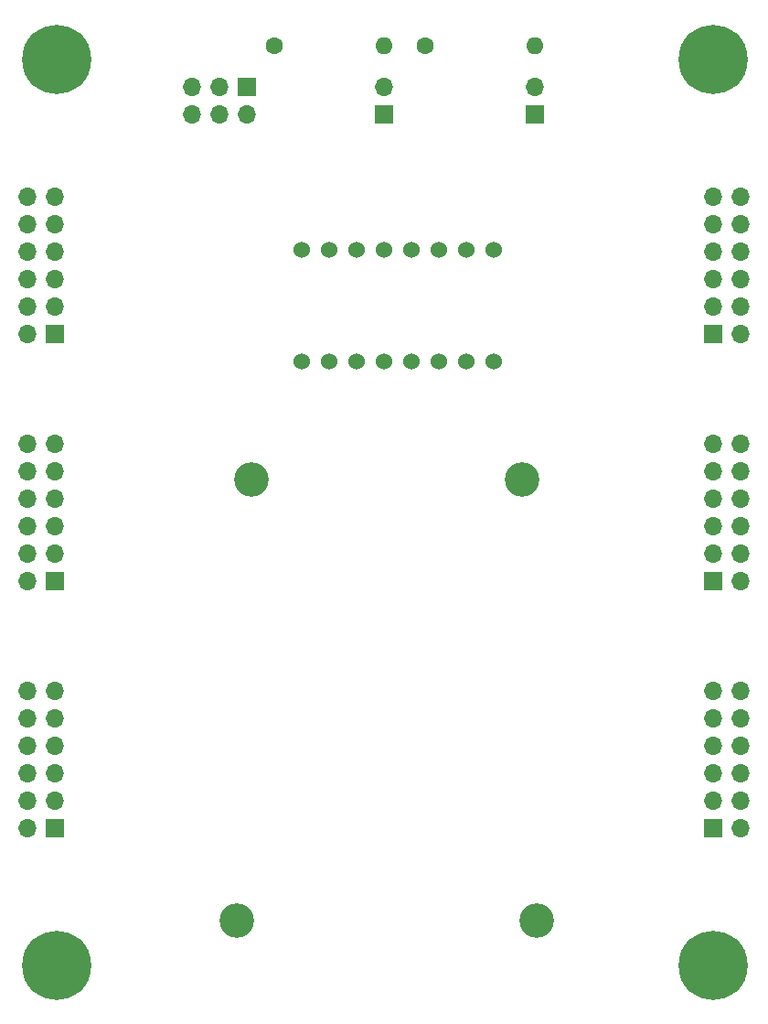
<source format=gbr>
%TF.GenerationSoftware,KiCad,Pcbnew,5.1.10*%
%TF.CreationDate,2022-01-14T13:32:54+01:00*%
%TF.ProjectId,modules_board,6d6f6475-6c65-4735-9f62-6f6172642e6b,rev?*%
%TF.SameCoordinates,Original*%
%TF.FileFunction,Soldermask,Bot*%
%TF.FilePolarity,Negative*%
%FSLAX46Y46*%
G04 Gerber Fmt 4.6, Leading zero omitted, Abs format (unit mm)*
G04 Created by KiCad (PCBNEW 5.1.10) date 2022-01-14 13:32:54*
%MOMM*%
%LPD*%
G01*
G04 APERTURE LIST*
%ADD10O,1.600000X1.600000*%
%ADD11C,1.600000*%
%ADD12C,3.200000*%
%ADD13C,1.524000*%
%ADD14O,1.700000X1.700000*%
%ADD15R,1.700000X1.700000*%
%ADD16C,0.800000*%
%ADD17C,6.400000*%
G04 APERTURE END LIST*
D10*
%TO.C,R2*%
X93980000Y-46990000D03*
D11*
X83820000Y-46990000D03*
%TD*%
D10*
%TO.C,R1*%
X107950000Y-46990000D03*
D11*
X97790000Y-46990000D03*
%TD*%
D12*
%TO.C,U1*%
X80340000Y-128000000D03*
X108140000Y-128000000D03*
X106740000Y-87200000D03*
X81740000Y-87200000D03*
D13*
X86360000Y-65900000D03*
X88900000Y-65900000D03*
X91440000Y-65900000D03*
X93980000Y-65900000D03*
X96520000Y-65900000D03*
X99060000Y-65900000D03*
X101600000Y-65900000D03*
X104140000Y-65900000D03*
X86360000Y-76200000D03*
X88900000Y-76200000D03*
X91440000Y-76200000D03*
X93980000Y-76200000D03*
X96520000Y-76200000D03*
X99060000Y-76200000D03*
X101600000Y-76200000D03*
X104140000Y-76200000D03*
%TD*%
D14*
%TO.C,J1*%
X60960000Y-106680000D03*
X63500000Y-106680000D03*
X60960000Y-109220000D03*
X63500000Y-109220000D03*
X60960000Y-111760000D03*
X63500000Y-111760000D03*
X60960000Y-114300000D03*
X63500000Y-114300000D03*
X60960000Y-116840000D03*
X63500000Y-116840000D03*
X60960000Y-119380000D03*
D15*
X63500000Y-119380000D03*
%TD*%
D14*
%TO.C,J11*%
X93980000Y-50800000D03*
D15*
X93980000Y-53340000D03*
%TD*%
D14*
%TO.C,J10*%
X107950000Y-50800000D03*
D15*
X107950000Y-53340000D03*
%TD*%
D14*
%TO.C,J4*%
X76200000Y-53340000D03*
X76200000Y-50800000D03*
X78740000Y-53340000D03*
X78740000Y-50800000D03*
X81280000Y-53340000D03*
D15*
X81280000Y-50800000D03*
%TD*%
D16*
%TO.C,H4*%
X126157056Y-130382944D03*
X124460000Y-129680000D03*
X122762944Y-130382944D03*
X122060000Y-132080000D03*
X122762944Y-133777056D03*
X124460000Y-134480000D03*
X126157056Y-133777056D03*
X126860000Y-132080000D03*
D17*
X124460000Y-132080000D03*
%TD*%
D16*
%TO.C,H3*%
X126157056Y-46562944D03*
X124460000Y-45860000D03*
X122762944Y-46562944D03*
X122060000Y-48260000D03*
X122762944Y-49957056D03*
X124460000Y-50660000D03*
X126157056Y-49957056D03*
X126860000Y-48260000D03*
D17*
X124460000Y-48260000D03*
%TD*%
D16*
%TO.C,H2*%
X65337056Y-130382944D03*
X63640000Y-129680000D03*
X61942944Y-130382944D03*
X61240000Y-132080000D03*
X61942944Y-133777056D03*
X63640000Y-134480000D03*
X65337056Y-133777056D03*
X66040000Y-132080000D03*
D17*
X63640000Y-132080000D03*
%TD*%
D16*
%TO.C,H1*%
X65337056Y-46562944D03*
X63640000Y-45860000D03*
X61942944Y-46562944D03*
X61240000Y-48260000D03*
X61942944Y-49957056D03*
X63640000Y-50660000D03*
X65337056Y-49957056D03*
X66040000Y-48260000D03*
D17*
X63640000Y-48260000D03*
%TD*%
D14*
%TO.C,J9*%
X127000000Y-60960000D03*
X124460000Y-60960000D03*
X127000000Y-63500000D03*
X124460000Y-63500000D03*
X127000000Y-66040000D03*
X124460000Y-66040000D03*
X127000000Y-68580000D03*
X124460000Y-68580000D03*
X127000000Y-71120000D03*
X124460000Y-71120000D03*
X127000000Y-73660000D03*
D15*
X124460000Y-73660000D03*
%TD*%
D14*
%TO.C,J8*%
X127000000Y-83820000D03*
X124460000Y-83820000D03*
X127000000Y-86360000D03*
X124460000Y-86360000D03*
X127000000Y-88900000D03*
X124460000Y-88900000D03*
X127000000Y-91440000D03*
X124460000Y-91440000D03*
X127000000Y-93980000D03*
X124460000Y-93980000D03*
X127000000Y-96520000D03*
D15*
X124460000Y-96520000D03*
%TD*%
D14*
%TO.C,J7*%
X127000000Y-106680000D03*
X124460000Y-106680000D03*
X127000000Y-109220000D03*
X124460000Y-109220000D03*
X127000000Y-111760000D03*
X124460000Y-111760000D03*
X127000000Y-114300000D03*
X124460000Y-114300000D03*
X127000000Y-116840000D03*
X124460000Y-116840000D03*
X127000000Y-119380000D03*
D15*
X124460000Y-119380000D03*
%TD*%
D14*
%TO.C,J3*%
X60960000Y-60960000D03*
X63500000Y-60960000D03*
X60960000Y-63500000D03*
X63500000Y-63500000D03*
X60960000Y-66040000D03*
X63500000Y-66040000D03*
X60960000Y-68580000D03*
X63500000Y-68580000D03*
X60960000Y-71120000D03*
X63500000Y-71120000D03*
X60960000Y-73660000D03*
D15*
X63500000Y-73660000D03*
%TD*%
D14*
%TO.C,J2*%
X60960000Y-83820000D03*
X63500000Y-83820000D03*
X60960000Y-86360000D03*
X63500000Y-86360000D03*
X60960000Y-88900000D03*
X63500000Y-88900000D03*
X60960000Y-91440000D03*
X63500000Y-91440000D03*
X60960000Y-93980000D03*
X63500000Y-93980000D03*
X60960000Y-96520000D03*
D15*
X63500000Y-96520000D03*
%TD*%
M02*

</source>
